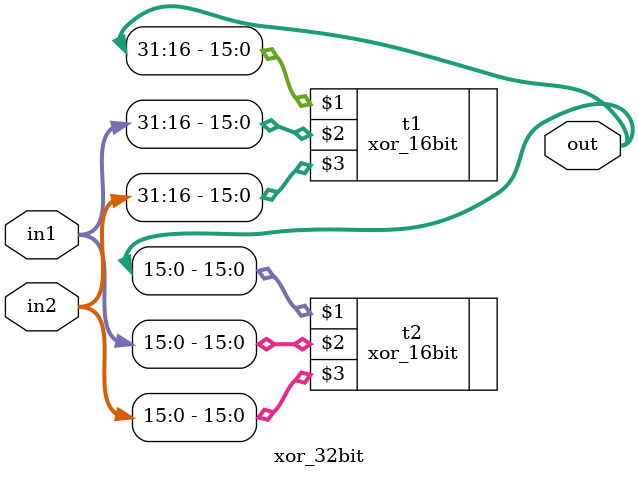
<source format=v>
module xor_32bit(out,in1,in2);
input [31:0] in1, in2;
output [31:0] out;

xor_16bit t1(out[31:16], in1[31:16], in2[31:16]);
xor_16bit t2(out[15:0], in1[15:0], in2[15:0]);

endmodule
</source>
